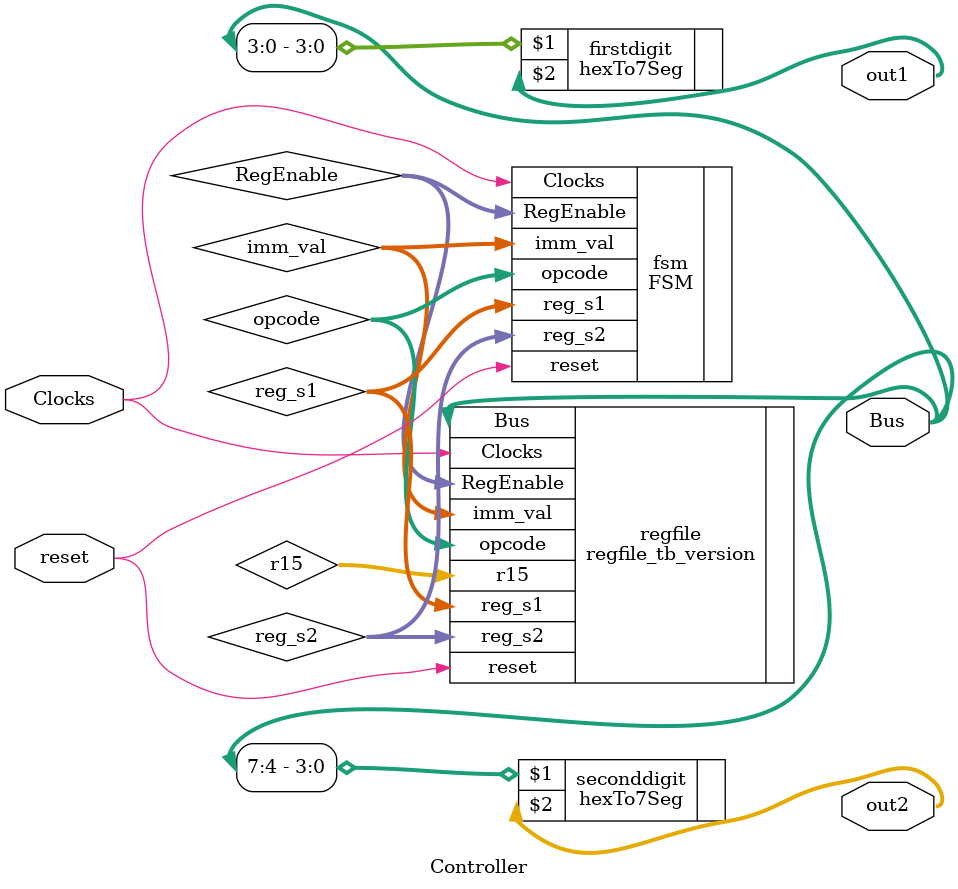
<source format=v>
module Controller(Clocks, reset, Bus, out1, out2);
	input Clocks, reset;
	
	wire [7:0] imm_val; 
	wire [15:0] RegEnable;
	wire [3:0] reg_s1, reg_s2;
	wire [7:0] opcode;
	wire [15:0] r15;
	
	output [15:0] Bus;
	output [6:0] out1, out2;
	
	FSM fsm(
	.Clocks(Clocks), 
	.reset(reset), 
	.RegEnable(RegEnable), 
	.reg_s1(reg_s1), 
	.reg_s2(reg_s2),
	.imm_val(imm_val),
	.opcode(opcode)
	);
	
	regfile_tb_version regfile(
		.Clocks(Clocks),
		.reset(reset),
		.RegEnable(RegEnable),
		.reg_s1(reg_s1),
		.reg_s2(reg_s2),
		.imm_val(imm_val),
		.opcode(opcode),
		.r15(r15),
		.Bus(Bus)
	);
	//Output Display
	hexTo7Seg firstdigit (Bus[3:0],out1);
	hexTo7Seg seconddigit (Bus[7:4],out2);
	
endmodule 

</source>
